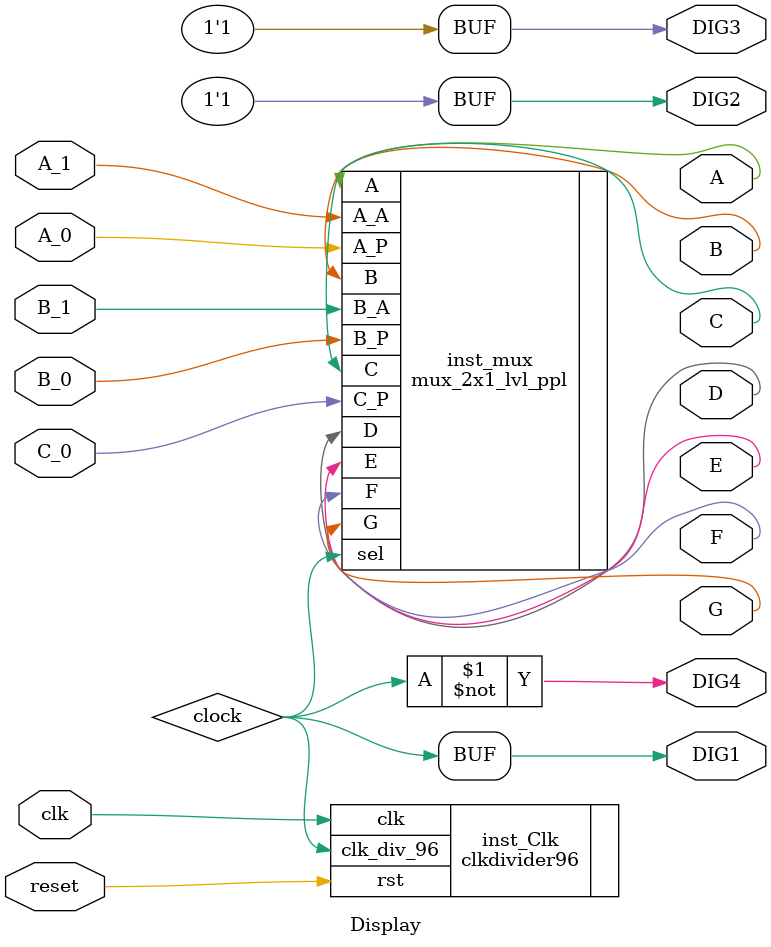
<source format=v>
module Display (
	input clk, reset, A_0, B_0, C_0, A_1, B_1,
	output A, B, C, D, E, F, G, DIG1, DIG2, DIG3, DIG4
);

	wire clock;

	clkdivider96 inst_Clk (
		.clk(clk),
		.rst(reset),
		.clk_div_96(clock)
	);

	mux_2x1_lvl_ppl inst_mux(
		.sel(clock),
		.A_P(A_0),
		.B_P(B_0),
		.C_P(C_0),
		.A_A(A_1),
		.B_A(B_1),
		.A(A),
		.B(B),
		.C(C),
		.D(D),
		.E(E),
		.F(F),
		.G(G)
	);
	
	assign DIG1 = clock;
	
	assign DIG2 = 1'b1;
	
	assign DIG3 = 1'b1;
	
	assign DIG4 = ~clock;

endmodule
</source>
